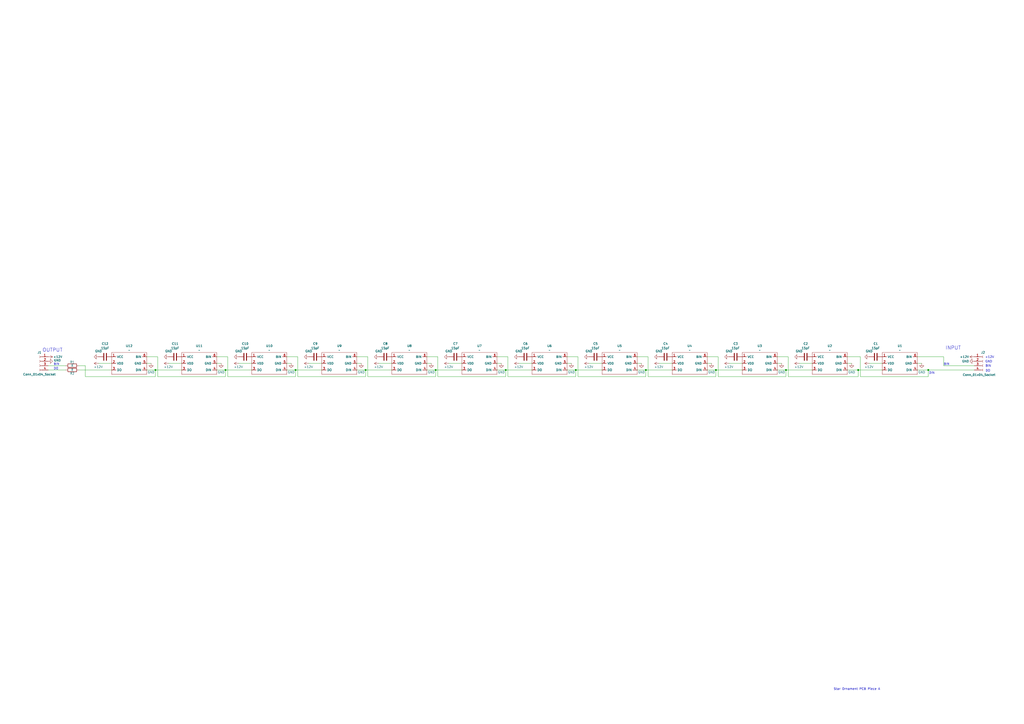
<source format=kicad_sch>
(kicad_sch (version 20250114) (generator "eeschema") (generator_version "9.0")
  (paper "A2")
  (title_block (date "2025-05-20"))
  (lib_symbols
    (symbol "Connector:Conn_01x04_Socket" (pin_names (offset 1.016) (hide yes))
      (property "Reference" "J" (at 0 5.08 0))
      (property "Value" "Conn_01x04_Socket" (at 0 -7.62 0))
      (symbol "Conn_01x04_Socket_1_1"
        (polyline (pts (xy -1.27 2.54) (xy -0.508 2.54)) (stroke (width 0.1524)))
        (polyline (pts (xy -1.27 0) (xy -0.508 0)) (stroke (width 0.1524)))
        (polyline (pts (xy -1.27 -2.54) (xy -0.508 -2.54)) (stroke (width 0.1524)))
        (polyline (pts (xy -1.27 -5.08) (xy -0.508 -5.08)) (stroke (width 0.1524)))
        (arc (start 0 2.032) (mid -0.5058 2.54) (end 0 3.048) (stroke (width 0.1524)))
        (arc (start 0 -0.508) (mid -0.5058 0) (end 0 0.508) (stroke (width 0.1524)))
        (arc (start 0 -3.048) (mid -0.5058 -2.54) (end 0 -2.032) (stroke (width 0.1524)))
        (arc (start 0 -5.588) (mid -0.5058 -5.08) (end 0 -4.572) (stroke (width 0.1524)))
        (pin passive line (at -5.08 2.54 0) (length 3.81) (name "Pin_1") (number "1"))
        (pin passive line (at -5.08 0 0) (length 3.81) (name "Pin_2") (number "2"))
        (pin passive line (at -5.08 -2.54 0) (length 3.81) (name "Pin_3") (number "3"))
        (pin passive line (at -5.08 -5.08 0) (length 3.81) (name "Pin_4") (number "4"))
      )
    )
    (symbol "Device:C" (pin_numbers (hide yes)) (pin_names (offset 0.254))
      (property "Reference" "C" (at 0.635 2.54 0))
      (property "Value" "C" (at 0.635 -2.54 0))
      (symbol "C_0_1"
        (polyline (pts (xy -2.032 0.762) (xy 2.032 0.762)) (stroke (width 0.508)))
        (polyline (pts (xy -2.032 -0.762) (xy 2.032 -0.762)) (stroke (width 0.508)))
      )
      (symbol "C_1_1"
        (pin passive line (at 0 3.81 270) (length 2.794) (name "~") (number "1"))
        (pin passive line (at 0 -3.81 90) (length 2.794) (name "~") (number "2"))
      )
    )
    (symbol "Device:R" (pin_numbers (hide yes)) (pin_names (offset 0))
      (property "Reference" "R" (at 2.032 0 90))
      (property "Value" "R" (at 0 0 90))
      (symbol "R_0_1"
        (rectangle (start -1.016 -2.54) (end 1.016 2.54) (stroke (width 0.254)))
      )
      (symbol "R_1_1"
        (pin passive line (at 0 3.81 270) (length 1.27) (name "~") (number "1"))
        (pin passive line (at 0 -3.81 90) (length 1.27) (name "~") (number "2"))
      )
    )
    (symbol "power:+12V" (power) (pin_numbers (hide yes)) (pin_names (offset 0) (hide yes))
      (property "Value" "+12V" (at 0 3.556 0))
      (symbol "+12V_0_1"
        (polyline (pts (xy -0.762 1.27) (xy 0 2.54)))
        (polyline (pts (xy 0 2.54) (xy 0.762 1.27)))
        (polyline (pts (xy 0 0) (xy 0 2.54)))
      )
      (symbol "+12V_1_1"
        (pin power_in line (at 0 0 90) (length 0) (name "~") (number "1"))
      )
    )
    (symbol "power:GND" (power) (pin_numbers (hide yes)) (pin_names (offset 0) (hide yes))
      (property "Value" "GND" (at 0 -3.81 0))
      (symbol "GND_0_1"
        (polyline (pts (xy 0 0) (xy 0 -1.27) (xy 1.27 -1.27) (xy 0 -2.54) (xy -1.27 -1.27) (xy 0 -1.27)))
      )
      (symbol "GND_1_1"
        (pin power_in line (at 0 0 270) (length 0) (name "~") (number "1"))
      )
    )
    (symbol "star_ornament_PCB:WS2815E"
      (property "Reference" "U" (at 0 0 0))
      (symbol "WS2815E_0_1"
        (rectangle (start -10.16 6.35) (end 10.16 -6.35))
      )
      (symbol "WS2815E_1_1"
        (pin input line (at -10.16 3.81 0) (length 2.54) (name "VCC") (number "1"))
        (pin power_in line (at -10.16 0 0) (length 2.54) (name "VDD") (number "2"))
        (pin output line (at -10.16 -3.81 0) (length 2.54) (name "DO") (number "3"))
        (pin input line (at 10.16 3.81 180) (length 2.54) (name "BIN") (number "6"))
        (pin power_in line (at 10.16 0 180) (length 2.54) (name "GND") (number "5"))
        (pin input line (at 10.16 -3.81 180) (length 2.54) (name "DIN") (number "4"))
      )
    )
  )
  (text "BIN" (at 573.278 212.344 0) (effects (font (size 1.27 1.27))))
  (text "GND" (at 573.532 209.804 0) (effects (font (size 1.27 1.27))))
  (text "DIN\n" (at 540.512 216.408 0) (effects (font (size 1.27 1.27))))
  (text "OUTPUT" (at 30.48 203.2 0) (effects (font (size 2.032 2.032))))
  (text "DO" (at 573.024 215.138 0) (effects (font (size 1.27 1.27))))
  (text "DO" (at 32.512 213.868 0) (effects (font (size 1.27 1.27))))
  (text "BIN" (at 32.766 211.328 0) (effects (font (size 1.27 1.27))))
  (text "INPUT" (at 552.958 201.93 0) (effects (font (size 2.032 2.032))))
  (text "+12V\n" (at 574.04 207.264 0) (effects (font (size 1.27 1.27))))
  (text "Star Ornament PCB Piece A" (at 497.078 399.796 0) (effects (font (size 1.27 1.27))))
  (text "BIN" (at 549.148 211.328 0) (effects (font (size 1.27 1.27))))
  (junction (at 212.09 214.63))
  (junction (at 497.84 214.63))
  (junction (at 293.37 214.63))
  (junction (at 415.29 214.63))
  (junction (at 130.81 214.63))
  (junction (at 455.93 214.63))
  (junction (at 171.45 214.63))
  (junction (at 334.01 214.63))
  (junction (at 90.17 214.63))
  (junction (at 538.48 214.63))
  (junction (at 374.65 214.63))
  (junction (at 252.73 214.63))
  (wire (pts (xy 132.08 218.44) (xy 171.45 218.44)))
  (wire (pts (xy 97.79 210.82) (xy 105.41 210.82)))
  (wire (pts (xy 334.01 218.44) (xy 334.01 214.63)))
  (wire (pts (xy 415.29 214.63) (xy 430.53 214.63)))
  (wire (pts (xy 547.37 207.01) (xy 532.13 207.01)))
  (wire (pts (xy 341.63 210.82) (xy 349.25 210.82)))
  (wire (pts (xy 207.01 214.63) (xy 212.09 214.63)))
  (wire (pts (xy 219.71 210.82) (xy 227.33 210.82)))
  (wire (pts (xy 382.27 210.82) (xy 389.89 210.82)))
  (wire (pts (xy 179.07 210.82) (xy 186.69 210.82)))
  (wire (pts (xy 497.84 214.63) (xy 497.84 218.44)))
  (wire (pts (xy 27.94 212.09) (xy 38.1 212.09)))
  (wire (pts (xy 457.2 218.44) (xy 497.84 218.44)))
  (wire (pts (xy 252.73 218.44) (xy 252.73 214.63)))
  (wire (pts (xy 491.49 210.82) (xy 494.03 210.82)))
  (wire (pts (xy 212.09 218.44) (xy 212.09 214.63)))
  (wire (pts (xy 207.01 210.82) (xy 209.55 210.82)))
  (wire (pts (xy 335.28 207.01) (xy 335.28 218.44)))
  (wire (pts (xy 300.99 210.82) (xy 308.61 210.82)))
  (wire (pts (xy 166.37 207.01) (xy 172.72 207.01)))
  (wire (pts (xy 85.09 207.01) (xy 91.44 207.01)))
  (wire (pts (xy 91.44 218.44) (xy 130.81 218.44)))
  (wire (pts (xy 497.84 214.63) (xy 511.81 214.63)))
  (wire (pts (xy 532.13 214.63) (xy 538.48 214.63)))
  (wire (pts (xy 254 207.01) (xy 254 218.44)))
  (wire (pts (xy 247.65 207.01) (xy 254 207.01)))
  (wire (pts (xy 293.37 214.63) (xy 308.61 214.63)))
  (wire (pts (xy 288.29 210.82) (xy 290.83 210.82)))
  (wire (pts (xy 450.85 207.01) (xy 457.2 207.01)))
  (wire (pts (xy 213.36 207.01) (xy 213.36 218.44)))
  (wire (pts (xy 374.65 214.63) (xy 389.89 214.63)))
  (wire (pts (xy 213.36 218.44) (xy 252.73 218.44)))
  (wire (pts (xy 450.85 210.82) (xy 453.39 210.82)))
  (wire (pts (xy 463.55 210.82) (xy 471.17 210.82)))
  (wire (pts (xy 547.37 212.09) (xy 547.37 207.01)))
  (wire (pts (xy 57.15 210.82) (xy 64.77 210.82)))
  (wire (pts (xy 375.92 218.44) (xy 415.29 218.44)))
  (wire (pts (xy 91.44 207.01) (xy 91.44 218.44)))
  (wire (pts (xy 252.73 214.63) (xy 267.97 214.63)))
  (wire (pts (xy 294.64 218.44) (xy 334.01 218.44)))
  (wire (pts (xy 410.21 214.63) (xy 415.29 214.63)))
  (wire (pts (xy 166.37 210.82) (xy 168.91 210.82)))
  (wire (pts (xy 415.29 218.44) (xy 415.29 214.63)))
  (wire (pts (xy 138.43 210.82) (xy 146.05 210.82)))
  (wire (pts (xy 455.93 218.44) (xy 455.93 214.63)))
  (wire (pts (xy 455.93 214.63) (xy 471.17 214.63)))
  (wire (pts (xy 294.64 207.01) (xy 294.64 218.44)))
  (wire (pts (xy 247.65 214.63) (xy 252.73 214.63)))
  (wire (pts (xy 293.37 218.44) (xy 293.37 214.63)))
  (wire (pts (xy 410.21 207.01) (xy 416.56 207.01)))
  (wire (pts (xy 85.09 214.63) (xy 90.17 214.63)))
  (wire (pts (xy 125.73 210.82) (xy 128.27 210.82)))
  (wire (pts (xy 410.21 210.82) (xy 412.75 210.82)))
  (wire (pts (xy 130.81 218.44) (xy 130.81 214.63)))
  (wire (pts (xy 547.37 212.09) (xy 565.15 212.09)))
  (wire (pts (xy 132.08 207.01) (xy 132.08 218.44)))
  (wire (pts (xy 375.92 207.01) (xy 375.92 218.44)))
  (wire (pts (xy 416.56 218.44) (xy 455.93 218.44)))
  (wire (pts (xy 538.48 214.63) (xy 565.15 214.63)))
  (wire (pts (xy 335.28 218.44) (xy 374.65 218.44)))
  (wire (pts (xy 90.17 214.63) (xy 90.17 218.44)))
  (wire (pts (xy 328.93 210.82) (xy 331.47 210.82)))
  (wire (pts (xy 288.29 207.01) (xy 294.64 207.01)))
  (wire (pts (xy 374.65 218.44) (xy 374.65 214.63)))
  (wire (pts (xy 288.29 214.63) (xy 293.37 214.63)))
  (wire (pts (xy 260.35 210.82) (xy 267.97 210.82)))
  (wire (pts (xy 130.81 214.63) (xy 146.05 214.63)))
  (wire (pts (xy 254 218.44) (xy 293.37 218.44)))
  (wire (pts (xy 328.93 207.01) (xy 335.28 207.01)))
  (wire (pts (xy 212.09 214.63) (xy 227.33 214.63)))
  (wire (pts (xy 85.09 210.82) (xy 87.63 210.82)))
  (wire (pts (xy 90.17 214.63) (xy 105.41 214.63)))
  (wire (pts (xy 369.57 210.82) (xy 372.11 210.82)))
  (wire (pts (xy 450.85 214.63) (xy 455.93 214.63)))
  (wire (pts (xy 369.57 207.01) (xy 375.92 207.01)))
  (wire (pts (xy 125.73 207.01) (xy 132.08 207.01)))
  (wire (pts (xy 499.11 207.01) (xy 499.11 218.44)))
  (wire (pts (xy 45.72 214.63) (xy 64.77 214.63)))
  (wire (pts (xy 49.53 218.44) (xy 90.17 218.44)))
  (wire (pts (xy 172.72 207.01) (xy 172.72 218.44)))
  (wire (pts (xy 27.94 214.63) (xy 38.1 214.63)))
  (wire (pts (xy 416.56 207.01) (xy 416.56 218.44)))
  (wire (pts (xy 491.49 214.63) (xy 497.84 214.63)))
  (wire (pts (xy 504.19 210.82) (xy 511.81 210.82)))
  (wire (pts (xy 491.49 207.01) (xy 499.11 207.01)))
  (wire (pts (xy 172.72 218.44) (xy 212.09 218.44)))
  (wire (pts (xy 532.13 210.82) (xy 534.67 210.82)))
  (wire (pts (xy 422.91 210.82) (xy 430.53 210.82)))
  (wire (pts (xy 538.48 214.63) (xy 538.48 218.44)))
  (wire (pts (xy 369.57 214.63) (xy 374.65 214.63)))
  (wire (pts (xy 207.01 207.01) (xy 213.36 207.01)))
  (wire (pts (xy 457.2 207.01) (xy 457.2 218.44)))
  (wire (pts (xy 49.53 212.09) (xy 49.53 218.44)))
  (wire (pts (xy 45.72 212.09) (xy 49.53 212.09)))
  (wire (pts (xy 334.01 214.63) (xy 349.25 214.63)))
  (wire (pts (xy 247.65 210.82) (xy 250.19 210.82)))
  (wire (pts (xy 171.45 214.63) (xy 186.69 214.63)))
  (wire (pts (xy 166.37 214.63) (xy 171.45 214.63)))
  (wire (pts (xy 125.73 214.63) (xy 130.81 214.63)))
  (wire (pts (xy 538.48 218.44) (xy 499.11 218.44)))
  (wire (pts (xy 328.93 214.63) (xy 334.01 214.63)))
  (wire (pts (xy 171.45 218.44) (xy 171.45 214.63)))
  (symbol (lib_id "power:GND") (at 260.35 207.01 270) (unit 1)
    (property "Reference" "#PWR0211" (effects (hide yes)))
    (property "Value" "GND" (at 262.382 203.708 90) (effects (justify right)))
    (property "Description" "Power symbol creates a global label with name \"GND\" , ground" (effects (hide yes)))
  )
  (symbol (lib_id "power:GND") (at 138.43 207.01 270) (unit 1)
    (property "Reference" "#PWR0334" (effects (hide yes)))
    (property "Value" "GND" (at 140.462 203.708 90) (effects (justify right)))
    (property "Description" "Power symbol creates a global label with name \"GND\" , ground" (effects (hide yes)))
  )
  (symbol (lib_id "star_ornament_PCB:WS2815E") (at 237.49 210.82 0) (unit 1)
    (property "Reference" "U8" (at 237.49 200.66 0))
    (property "Value" "~" (at 237.49 203.2 0))
    (property "Footprint" "WS2815:LED-TRICOLOR-5050" (effects (hide yes)))
  )
  (symbol (lib_id "power:+12V") (at 27.94 207.01 270) (unit 1)
    (property "Reference" "#PWR01" (effects (hide yes)))
    (property "Value" "+12V" (at 33.528 207.01 90))
    (property "Description" "Power symbol creates a global label with name \"+12V\"" (effects (hide yes)))
  )
  (symbol (lib_id "power:+12V") (at 57.15 210.82 90) (unit 1)
    (property "Reference" "#PWR0364" (effects (hide yes)))
    (property "Value" "+12V" (at 59.69 212.852 90) (effects (justify left)))
    (property "Description" "Power symbol creates a global label with name \"+12V\"" (effects (hide yes)))
  )
  (symbol (lib_id "power:GND") (at 219.71 207.01 270) (unit 1)
    (property "Reference" "#PWR0231" (effects (hide yes)))
    (property "Value" "GND" (at 221.742 203.708 90) (effects (justify right)))
    (property "Description" "Power symbol creates a global label with name \"GND\" , ground" (effects (hide yes)))
  )
  (symbol (lib_id "power:+12V") (at 382.27 210.82 90) (unit 1)
    (property "Reference" "#PWR0122" (effects (hide yes)))
    (property "Value" "+12V" (at 384.81 212.852 90) (effects (justify left)))
    (property "Description" "Power symbol creates a global label with name \"+12V\"" (effects (hide yes)))
  )
  (symbol (lib_id "power:+12V") (at 97.79 210.82 90) (unit 1)
    (property "Reference" "#PWR0394" (effects (hide yes)))
    (property "Value" "+12V" (at 100.33 212.852 90) (effects (justify left)))
    (property "Description" "Power symbol creates a global label with name \"+12V\"" (effects (hide yes)))
  )
  (symbol (lib_id "power:+12V") (at 463.55 210.82 90) (unit 1)
    (property "Reference" "#PWR062" (effects (hide yes)))
    (property "Value" "+12V" (at 466.09 212.852 90) (effects (justify left)))
    (property "Description" "Power symbol creates a global label with name \"+12V\"" (effects (hide yes)))
  )
  (symbol (lib_id "power:+12V") (at 260.35 210.82 90) (unit 1)
    (property "Reference" "#PWR0212" (effects (hide yes)))
    (property "Value" "+12V" (at 262.89 212.852 90) (effects (justify left)))
    (property "Description" "Power symbol creates a global label with name \"+12V\"" (effects (hide yes)))
  )
  (symbol (lib_id "Device:C") (at 142.24 207.01 270) (unit 1)
    (property "Reference" "C10" (at 142.24 199.39 90))
    (property "Value" "15pF" (at 142.24 201.93 90))
    (property "Footprint" "GJM1555C1H150GB01D:CAPC1005X55N" (effects (hide yes)))
    (property "Description" "Unpolarized capacitor" (effects (hide yes)))
  )
  (symbol (lib_id "power:+12V") (at 138.43 210.82 90) (unit 1)
    (property "Reference" "#PWR0335" (effects (hide yes)))
    (property "Value" "+12V" (at 140.97 212.852 90) (effects (justify left)))
    (property "Description" "Power symbol creates a global label with name \"+12V\"" (effects (hide yes)))
  )
  (symbol (lib_id "power:+12V") (at 179.07 210.82 90) (unit 1)
    (property "Reference" "#PWR0306" (effects (hide yes)))
    (property "Value" "+12V" (at 181.61 212.852 90) (effects (justify left)))
    (property "Description" "Power symbol creates a global label with name \"+12V\"" (effects (hide yes)))
  )
  (symbol (lib_id "Device:C") (at 60.96 207.01 270) (unit 1)
    (property "Reference" "C12" (at 60.96 199.39 90))
    (property "Value" "15pF" (at 60.96 201.93 90))
    (property "Footprint" "GJM1555C1H150GB01D:CAPC1005X55N" (effects (hide yes)))
    (property "Description" "Unpolarized capacitor" (effects (hide yes)))
  )
  (symbol (lib_id "power:GND") (at 179.07 207.01 270) (unit 1)
    (property "Reference" "#PWR0305" (effects (hide yes)))
    (property "Value" "GND" (at 181.102 203.708 90) (effects (justify right)))
    (property "Description" "Power symbol creates a global label with name \"GND\" , ground" (effects (hide yes)))
  )
  (symbol (lib_id "power:+12V") (at 422.91 210.82 90) (unit 1)
    (property "Reference" "#PWR092" (effects (hide yes)))
    (property "Value" "+12V" (at 425.45 212.852 90) (effects (justify left)))
    (property "Description" "Power symbol creates a global label with name \"+12V\"" (effects (hide yes)))
  )
  (symbol (lib_id "power:GND") (at 412.75 210.82 0) (unit 1)
    (property "Reference" "#PWR0141" (effects (hide yes)))
    (property "Value" "GND" (at 412.75 215.9 0))
    (property "Description" "Power symbol creates a global label with name \"GND\" , ground" (effects (hide yes)))
  )
  (symbol (lib_id "power:GND") (at 209.55 210.82 0) (unit 1)
    (property "Reference" "#PWR010" (effects (hide yes)))
    (property "Value" "GND" (at 209.55 215.9 0))
    (property "Description" "Power symbol creates a global label with name \"GND\" , ground" (effects (hide yes)))
  )
  (symbol (lib_id "power:GND") (at 504.19 207.01 270) (unit 1)
    (property "Reference" "#PWR061" (effects (hide yes)))
    (property "Value" "GND" (at 506.222 203.708 90) (effects (justify right)))
    (property "Description" "Power symbol creates a global label with name \"GND\" , ground" (effects (hide yes)))
  )
  (symbol (lib_id "power:GND") (at 494.03 210.82 0) (unit 1)
    (property "Reference" "#PWR081" (effects (hide yes)))
    (property "Value" "GND" (at 494.03 215.9 0))
    (property "Description" "Power symbol creates a global label with name \"GND\" , ground" (effects (hide yes)))
  )
  (symbol (lib_id "Device:C") (at 467.36 207.01 270) (unit 1)
    (property "Reference" "C2" (at 467.36 199.39 90))
    (property "Value" "15pF" (at 467.36 201.93 90))
    (property "Footprint" "GJM1555C1H150GB01D:CAPC1005X55N" (effects (hide yes)))
    (property "Description" "Unpolarized capacitor" (effects (hide yes)))
  )
  (symbol (lib_id "power:GND") (at 87.63 210.82 0) (unit 1)
    (property "Reference" "#PWR0383" (effects (hide yes)))
    (property "Value" "GND" (at 87.63 215.9 0))
    (property "Description" "Power symbol creates a global label with name \"GND\" , ground" (effects (hide yes)))
  )
  (symbol (lib_id "star_ornament_PCB:WS2815E") (at 400.05 210.82 0) (unit 1)
    (property "Reference" "U4" (at 400.05 200.66 0))
    (property "Value" "~" (at 400.05 203.2 0))
    (property "Footprint" "WS2815:LED-TRICOLOR-5050" (effects (hide yes)))
  )
  (symbol (lib_id "power:+12V") (at 341.63 210.82 90) (unit 1)
    (property "Reference" "#PWR0152" (effects (hide yes)))
    (property "Value" "+12V" (at 344.17 212.852 90) (effects (justify left)))
    (property "Description" "Power symbol creates a global label with name \"+12V\"" (effects (hide yes)))
  )
  (symbol (lib_id "power:GND") (at 57.15 207.01 270) (unit 1)
    (property "Reference" "#PWR0363" (effects (hide yes)))
    (property "Value" "GND" (at 59.182 203.708 90) (effects (justify right)))
    (property "Description" "Power symbol creates a global label with name \"GND\" , ground" (effects (hide yes)))
  )
  (symbol (lib_id "power:+12V") (at 219.71 210.82 90) (unit 1)
    (property "Reference" "#PWR0277" (effects (hide yes)))
    (property "Value" "+12V" (at 222.25 212.852 90) (effects (justify left)))
    (property "Description" "Power symbol creates a global label with name \"+12V\"" (effects (hide yes)))
  )
  (symbol (lib_id "power:GND") (at 300.99 207.01 270) (unit 1)
    (property "Reference" "#PWR0181" (effects (hide yes)))
    (property "Value" "GND" (at 303.022 203.708 90) (effects (justify right)))
    (property "Description" "Power symbol creates a global label with name \"GND\" , ground" (effects (hide yes)))
  )
  (symbol (lib_id "Connector:Conn_01x04_Socket") (at 22.86 209.55 0) (mirror y) (unit 1)
    (property "Reference" "J1" (at 22.86 204.47 0))
    (property "Value" "Conn_01x04_Socket" (at 22.86 217.17 0))
    (property "Footprint" "Connector_Wire:SolderWire-0.1sqmm_1x04_P3.6mm_D0.4mm_OD1mm" (effects (hide yes)))
    (property "Description" "Generic connector, single row, 01x04, script generated" (effects (hide yes)))
  )
  (symbol (lib_id "Device:C") (at 426.72 207.01 270) (unit 1)
    (property "Reference" "C3" (at 426.72 199.39 90))
    (property "Value" "15pF" (at 426.72 201.93 90))
    (property "Footprint" "GJM1555C1H150GB01D:CAPC1005X55N" (effects (hide yes)))
    (property "Description" "Unpolarized capacitor" (effects (hide yes)))
  )
  (symbol (lib_id "Device:C") (at 223.52 207.01 270) (unit 1)
    (property "Reference" "C8" (at 223.52 199.39 90))
    (property "Value" "15pF" (at 223.52 201.93 90))
    (property "Footprint" "GJM1555C1H150GB01D:CAPC1005X55N" (effects (hide yes)))
    (property "Description" "Unpolarized capacitor" (effects (hide yes)))
  )
  (symbol (lib_id "Device:C") (at 182.88 207.01 270) (unit 1)
    (property "Reference" "C9" (at 182.88 199.39 90))
    (property "Value" "15pF" (at 182.88 201.93 90))
    (property "Footprint" "GJM1555C1H150GB01D:CAPC1005X55N" (effects (hide yes)))
    (property "Description" "Unpolarized capacitor" (effects (hide yes)))
  )
  (symbol (lib_id "power:GND") (at 453.39 210.82 0) (unit 1)
    (property "Reference" "#PWR0111" (effects (hide yes)))
    (property "Value" "GND" (at 453.39 215.9 0))
    (property "Description" "Power symbol creates a global label with name \"GND\" , ground" (effects (hide yes)))
  )
  (symbol (lib_id "star_ornament_PCB:WS2815E") (at 359.41 210.82 0) (unit 1)
    (property "Reference" "U5" (at 359.41 200.66 0))
    (property "Value" "~" (at 359.41 203.2 0))
    (property "Footprint" "WS2815:LED-TRICOLOR-5050" (effects (hide yes)))
  )
  (symbol (lib_id "power:GND") (at 250.19 210.82 0) (unit 1)
    (property "Reference" "#PWR09" (effects (hide yes)))
    (property "Value" "GND" (at 250.19 215.9 0))
    (property "Description" "Power symbol creates a global label with name \"GND\" , ground" (effects (hide yes)))
  )
  (symbol (lib_id "power:GND") (at 290.83 210.82 0) (unit 1)
    (property "Reference" "#PWR07" (effects (hide yes)))
    (property "Value" "GND" (at 290.83 215.9 0))
    (property "Description" "Power symbol creates a global label with name \"GND\" , ground" (effects (hide yes)))
  )
  (symbol (lib_id "power:+12V") (at 504.19 210.82 90) (unit 1)
    (property "Reference" "#PWR064" (effects (hide yes)))
    (property "Value" "+12V" (at 506.73 212.852 90) (effects (justify left)))
    (property "Description" "Power symbol creates a global label with name \"+12V\"" (effects (hide yes)))
  )
  (symbol (lib_id "power:GND") (at 422.91 207.01 270) (unit 1)
    (property "Reference" "#PWR091" (effects (hide yes)))
    (property "Value" "GND" (at 424.942 203.708 90) (effects (justify right)))
    (property "Description" "Power symbol creates a global label with name \"GND\" , ground" (effects (hide yes)))
  )
  (symbol (lib_id "star_ornament_PCB:WS2815E") (at 440.69 210.82 0) (unit 1)
    (property "Reference" "U3" (at 440.69 200.66 0))
    (property "Value" "~" (at 440.69 203.2 0))
    (property "Footprint" "WS2815:LED-TRICOLOR-5050" (effects (hide yes)))
  )
  (symbol (lib_id "star_ornament_PCB:WS2815E") (at 196.85 210.82 0) (unit 1)
    (property "Reference" "U9" (at 196.85 200.66 0))
    (property "Value" "~" (at 196.85 203.2 0))
    (property "Footprint" "WS2815:LED-TRICOLOR-5050" (effects (hide yes)))
  )
  (symbol (lib_id "star_ornament_PCB:WS2815E") (at 521.97 210.82 0) (unit 1)
    (property "Reference" "U1" (at 521.97 200.66 0))
    (property "Value" "~" (at 521.97 203.2 0))
    (property "Footprint" "WS2815:LED-TRICOLOR-5050" (effects (hide yes)))
  )
  (symbol (lib_id "power:GND") (at 331.47 210.82 0) (unit 1)
    (property "Reference" "#PWR0201" (effects (hide yes)))
    (property "Value" "GND" (at 331.47 215.9 0))
    (property "Description" "Power symbol creates a global label with name \"GND\" , ground" (effects (hide yes)))
  )
  (symbol (lib_id "Device:C") (at 386.08 207.01 270) (unit 1)
    (property "Reference" "C4" (at 386.08 199.39 90))
    (property "Value" "15pF" (at 386.08 201.93 90))
    (property "Footprint" "GJM1555C1H150GB01D:CAPC1005X55N" (effects (hide yes)))
    (property "Description" "Unpolarized capacitor" (effects (hide yes)))
  )
  (symbol (lib_id "star_ornament_PCB:WS2815E") (at 278.13 210.82 0) (unit 1)
    (property "Reference" "U7" (at 278.13 200.66 0))
    (property "Value" "~" (at 278.13 203.2 0))
    (property "Footprint" "WS2815:LED-TRICOLOR-5050" (effects (hide yes)))
  )
  (symbol (lib_id "star_ornament_PCB:WS2815E") (at 318.77 210.82 0) (unit 1)
    (property "Reference" "U6" (at 318.77 200.66 0))
    (property "Value" "~" (at 318.77 203.2 0))
    (property "Footprint" "WS2815:LED-TRICOLOR-5050" (effects (hide yes)))
  )
  (symbol (lib_id "power:GND") (at 168.91 210.82 0) (unit 1)
    (property "Reference" "#PWR011" (effects (hide yes)))
    (property "Value" "GND" (at 168.91 215.9 0))
    (property "Description" "Power symbol creates a global label with name \"GND\" , ground" (effects (hide yes)))
  )
  (symbol (lib_id "power:GND") (at 341.63 207.01 270) (unit 1)
    (property "Reference" "#PWR0151" (effects (hide yes)))
    (property "Value" "GND" (at 343.662 203.708 90) (effects (justify right)))
    (property "Description" "Power symbol creates a global label with name \"GND\" , ground" (effects (hide yes)))
  )
  (symbol (lib_id "power:GND") (at 97.79 207.01 270) (unit 1)
    (property "Reference" "#PWR0393" (effects (hide yes)))
    (property "Value" "GND" (at 99.822 203.708 90) (effects (justify right)))
    (property "Description" "Power symbol creates a global label with name \"GND\" , ground" (effects (hide yes)))
  )
  (symbol (lib_id "Device:C") (at 264.16 207.01 270) (unit 1)
    (property "Reference" "C7" (at 264.16 199.39 90))
    (property "Value" "15pF" (at 264.16 201.93 90))
    (property "Footprint" "GJM1555C1H150GB01D:CAPC1005X55N" (effects (hide yes)))
    (property "Description" "Unpolarized capacitor" (effects (hide yes)))
  )
  (symbol (lib_id "Device:R") (at 41.91 214.63 90) (mirror x) (unit 1)
    (property "Reference" "R2" (at 41.91 216.662 90))
    (property "Value" "R" (at 41.91 214.63 90))
    (property "Footprint" "0603WAJ0102T5E:RESC1608X55N" (effects (hide yes)))
    (property "Description" "Resistor" (effects (hide yes)))
  )
  (symbol (lib_id "star_ornament_PCB:WS2815E") (at 115.57 210.82 0) (unit 1)
    (property "Reference" "U11" (at 115.57 200.66 0))
    (property "Value" "~" (at 115.57 203.2 0))
    (property "Footprint" "WS2815:LED-TRICOLOR-5050" (effects (hide yes)))
  )
  (symbol (lib_id "Device:C") (at 101.6 207.01 270) (unit 1)
    (property "Reference" "C11" (at 101.6 199.39 90))
    (property "Value" "15pF" (at 101.6 201.93 90))
    (property "Footprint" "GJM1555C1H150GB01D:CAPC1005X55N" (effects (hide yes)))
    (property "Description" "Unpolarized capacitor" (effects (hide yes)))
  )
  (symbol (lib_id "star_ornament_PCB:WS2815E") (at 156.21 210.82 0) (unit 1)
    (property "Reference" "U10" (at 156.21 200.66 0))
    (property "Value" "~" (at 156.21 203.2 0))
    (property "Footprint" "WS2815:LED-TRICOLOR-5050" (effects (hide yes)))
  )
  (symbol (lib_id "power:GND") (at 534.67 210.82 0) (unit 1)
    (property "Reference" "#PWR082" (effects (hide yes)))
    (property "Value" "GND" (at 534.67 215.9 0))
    (property "Description" "Power symbol creates a global label with name \"GND\" , ground" (effects (hide yes)))
  )
  (symbol (lib_id "Device:C") (at 304.8 207.01 270) (unit 1)
    (property "Reference" "C6" (at 304.8 199.39 90))
    (property "Value" "15pF" (at 304.8 201.93 90))
    (property "Footprint" "GJM1555C1H150GB01D:CAPC1005X55N" (effects (hide yes)))
    (property "Description" "Unpolarized capacitor" (effects (hide yes)))
  )
  (symbol (lib_id "Connector:Conn_01x04_Socket") (at 570.23 209.55 0) (unit 1)
    (property "Reference" "J2" (at 570.23 204.47 0))
    (property "Value" "Conn_01x04_Socket" (at 567.944 217.424 0))
    (property "Footprint" "Connector_Wire:SolderWire-0.1sqmm_1x04_P3.6mm_D0.4mm_OD1mm" (effects (hide yes)))
    (property "Description" "Generic connector, single row, 01x04, script generated" (effects (hide yes)))
  )
  (symbol (lib_id "Device:R") (at 41.91 212.09 90) (unit 1)
    (property "Reference" "R1" (at 41.91 210.058 90))
    (property "Value" "R" (at 41.91 212.09 90))
    (property "Footprint" "0603WAJ0102T5E:RESC1608X55N" (effects (hide yes)))
    (property "Description" "Resistor" (effects (hide yes)))
  )
  (symbol (lib_id "power:GND") (at 128.27 210.82 0) (unit 1)
    (property "Reference" "#PWR012" (effects (hide yes)))
    (property "Value" "GND" (at 128.27 215.9 0))
    (property "Description" "Power symbol creates a global label with name \"GND\" , ground" (effects (hide yes)))
  )
  (symbol (lib_id "power:GND") (at 382.27 207.01 270) (unit 1)
    (property "Reference" "#PWR0121" (effects (hide yes)))
    (property "Value" "GND" (at 384.302 203.708 90) (effects (justify right)))
    (property "Description" "Power symbol creates a global label with name \"GND\" , ground" (effects (hide yes)))
  )
  (symbol (lib_id "power:+12V") (at 565.15 207.01 90) (mirror x) (unit 1)
    (property "Reference" "#PWR065" (effects (hide yes)))
    (property "Value" "+12V" (at 562.102 207.01 90) (effects (justify left)))
    (property "Description" "Power symbol creates a global label with name \"+12V\"" (effects (hide yes)))
  )
  (symbol (lib_id "star_ornament_PCB:WS2815E") (at 481.33 210.82 0) (unit 1)
    (property "Reference" "U2" (at 481.33 200.66 0))
    (property "Value" "~" (at 481.33 203.2 0))
    (property "Footprint" "WS2815:LED-TRICOLOR-5050" (effects (hide yes)))
  )
  (symbol (lib_id "power:+12V") (at 300.99 210.82 90) (unit 1)
    (property "Reference" "#PWR0182" (effects (hide yes)))
    (property "Value" "+12V" (at 303.53 212.852 90) (effects (justify left)))
    (property "Description" "Power symbol creates a global label with name \"+12V\"" (effects (hide yes)))
  )
  (symbol (lib_id "star_ornament_PCB:WS2815E") (at 74.93 210.82 0) (unit 1)
    (property "Reference" "U12" (at 74.93 200.66 0))
    (property "Value" "~" (at 74.93 203.2 0))
    (property "Footprint" "WS2815:LED-TRICOLOR-5050" (effects (hide yes)))
  )
  (symbol (lib_id "power:GND") (at 27.94 209.55 90) (unit 1)
    (property "Reference" "#PWR02" (effects (hide yes)))
    (property "Value" "GND" (at 33.274 209.042 90))
    (property "Description" "Power symbol creates a global label with name \"GND\" , ground" (effects (hide yes)))
  )
  (symbol (lib_id "power:GND") (at 463.55 207.01 270) (unit 1)
    (property "Reference" "#PWR063" (effects (hide yes)))
    (property "Value" "GND" (at 465.582 203.708 90) (effects (justify right)))
    (property "Description" "Power symbol creates a global label with name \"GND\" , ground" (effects (hide yes)))
  )
  (symbol (lib_id "Device:C") (at 345.44 207.01 270) (unit 1)
    (property "Reference" "C5" (at 345.44 199.39 90))
    (property "Value" "15pF" (at 345.44 201.93 90))
    (property "Footprint" "GJM1555C1H150GB01D:CAPC1005X55N" (effects (hide yes)))
    (property "Description" "Unpolarized capacitor" (effects (hide yes)))
  )
  (symbol (lib_id "power:GND") (at 372.11 210.82 0) (unit 1)
    (property "Reference" "#PWR0171" (effects (hide yes)))
    (property "Value" "GND" (at 372.11 215.9 0))
    (property "Description" "Power symbol creates a global label with name \"GND\" , ground" (effects (hide yes)))
  )
  (symbol (lib_id "power:GND") (at 565.15 209.55 270) (unit 1)
    (property "Reference" "#PWR083" (effects (hide yes)))
    (property "Value" "GND" (at 560.07 209.55 90))
    (property "Description" "Power symbol creates a global label with name \"GND\" , ground" (effects (hide yes)))
  )
  (symbol (lib_id "Device:C") (at 508 207.01 270) (unit 1)
    (property "Reference" "C1" (at 508 199.39 90))
    (property "Value" "15pF" (at 508 201.93 90))
    (property "Footprint" "GJM1555C1H150GB01D:CAPC1005X55N" (effects (hide yes)))
    (property "Description" "Unpolarized capacitor" (effects (hide yes)))
  )
)
</source>
